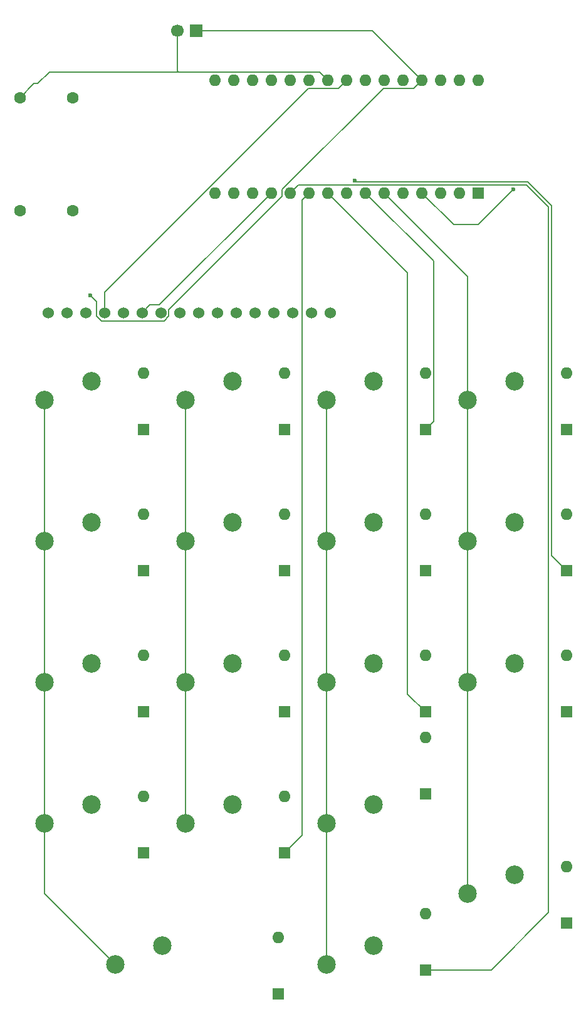
<source format=gbr>
%TF.GenerationSoftware,KiCad,Pcbnew,9.0.2*%
%TF.CreationDate,2025-05-15T02:22:54+10:00*%
%TF.ProjectId,Calculator,43616c63-756c-4617-946f-722e6b696361,rev?*%
%TF.SameCoordinates,Original*%
%TF.FileFunction,Copper,L2,Bot*%
%TF.FilePolarity,Positive*%
%FSLAX46Y46*%
G04 Gerber Fmt 4.6, Leading zero omitted, Abs format (unit mm)*
G04 Created by KiCad (PCBNEW 9.0.2) date 2025-05-15 02:22:54*
%MOMM*%
%LPD*%
G01*
G04 APERTURE LIST*
%TA.AperFunction,ComponentPad*%
%ADD10C,1.600000*%
%TD*%
%TA.AperFunction,ComponentPad*%
%ADD11R,1.600000X1.600000*%
%TD*%
%TA.AperFunction,ComponentPad*%
%ADD12O,1.600000X1.600000*%
%TD*%
%TA.AperFunction,ComponentPad*%
%ADD13C,2.500000*%
%TD*%
%TA.AperFunction,ComponentPad*%
%ADD14C,1.524000*%
%TD*%
%TA.AperFunction,ComponentPad*%
%ADD15R,1.700000X1.700000*%
%TD*%
%TA.AperFunction,ComponentPad*%
%ADD16C,1.700000*%
%TD*%
%TA.AperFunction,ViaPad*%
%ADD17C,0.600000*%
%TD*%
%TA.AperFunction,Conductor*%
%ADD18C,0.200000*%
%TD*%
G04 APERTURE END LIST*
D10*
%TO.P,R1,2*%
%TO.N,Net-(A2-+5V)*%
X74537500Y-58370000D03*
%TO.P,R1,1*%
%TO.N,Net-(U1-A)*%
X74537500Y-43130000D03*
%TD*%
%TO.P,R2,2*%
%TO.N,Net-(A2-A3)*%
X67393750Y-43130000D03*
%TO.P,R2,1*%
%TO.N,Net-(U1-K)*%
X67393750Y-58370000D03*
%TD*%
D11*
%TO.P,D14,1,K*%
%TO.N,Row 3*%
X103112500Y-145047500D03*
D12*
%TO.P,D14,2,A*%
%TO.N,Net-(D14-A)*%
X103112500Y-137427500D03*
%TD*%
%TO.P,D9,2,A*%
%TO.N,Net-(D9-A)*%
X84062500Y-118377500D03*
D11*
%TO.P,D9,1,K*%
%TO.N,Row 2*%
X84062500Y-125997500D03*
%TD*%
D13*
%TO.P,S17,1,1*%
%TO.N,Col 0*%
X80252500Y-160128750D03*
%TO.P,S17,2,2*%
%TO.N,Net-(D17-A)*%
X86602500Y-157588750D03*
%TD*%
%TO.P,S16,1,1*%
%TO.N,Col 3*%
X127877500Y-150603750D03*
%TO.P,S16,2,2*%
%TO.N,Net-(D16-A)*%
X134227500Y-148063750D03*
%TD*%
%TO.P,S1,2,2*%
%TO.N,Net-(D1-A)*%
X77077500Y-81388750D03*
%TO.P,S1,1,1*%
%TO.N,Col 0*%
X70727500Y-83928750D03*
%TD*%
D14*
%TO.P,U1,1,VSS*%
%TO.N,Net-(U1-K)*%
X71203750Y-72181250D03*
%TO.P,U1,2,VDD*%
%TO.N,Net-(A2-+5V)*%
X73743750Y-72181250D03*
%TO.P,U1,3,VO*%
%TO.N,unconnected-(U1-VO-Pad3)*%
X76283750Y-72181250D03*
%TO.P,U1,4,RS*%
%TO.N,Net-(A2-SDA{slash}A4)*%
X78823750Y-72181250D03*
%TO.P,U1,5,R/W*%
%TO.N,Net-(U1-K)*%
X81363750Y-72181250D03*
%TO.P,U1,6,E*%
%TO.N,Net-(A2-D9)*%
X83903750Y-72181250D03*
%TO.P,U1,7,DB0*%
%TO.N,unconnected-(U1-DB0-Pad7)*%
X86443750Y-72181250D03*
%TO.P,U1,8,DB1*%
%TO.N,unconnected-(U1-DB1-Pad8)*%
X88983750Y-72181250D03*
%TO.P,U1,9,DB2*%
%TO.N,unconnected-(U1-DB2-Pad9)*%
X91523750Y-72181250D03*
%TO.P,U1,10,DB3*%
%TO.N,unconnected-(U1-DB3-Pad10)*%
X94063750Y-72181250D03*
%TO.P,U1,11,DB4*%
%TO.N,Net-(A2-D10)*%
X96603750Y-72181250D03*
%TO.P,U1,12,DB5*%
%TO.N,Net-(A2-A0)*%
X99143750Y-72181250D03*
%TO.P,U1,13,DB6*%
%TO.N,Net-(A2-A1)*%
X101683750Y-72181250D03*
%TO.P,U1,14,DB7*%
%TO.N,Net-(A2-A2)*%
X104223750Y-72181250D03*
%TO.P,U1,15,A*%
%TO.N,Net-(U1-A)*%
X106763750Y-72181250D03*
%TO.P,U1,16,K*%
%TO.N,Net-(U1-K)*%
X109303750Y-72181250D03*
%TD*%
D13*
%TO.P,S18,1,1*%
%TO.N,Col 2*%
X108827500Y-160128750D03*
%TO.P,S18,2,2*%
%TO.N,Net-(D18-A)*%
X115177500Y-157588750D03*
%TD*%
%TO.P,S15,1,1*%
%TO.N,Col 2*%
X108827500Y-141078750D03*
%TO.P,S15,2,2*%
%TO.N,Net-(D15-A)*%
X115177500Y-138538750D03*
%TD*%
%TO.P,S14,1,1*%
%TO.N,Col 1*%
X89777500Y-141078750D03*
%TO.P,S14,2,2*%
%TO.N,Net-(D14-A)*%
X96127500Y-138538750D03*
%TD*%
%TO.P,S13,1,1*%
%TO.N,Col 0*%
X70727500Y-141078750D03*
%TO.P,S13,2,2*%
%TO.N,Net-(D13-A)*%
X77077500Y-138538750D03*
%TD*%
%TO.P,S12,1,1*%
%TO.N,Col 3*%
X127877500Y-122028750D03*
%TO.P,S12,2,2*%
%TO.N,Net-(D12-A)*%
X134227500Y-119488750D03*
%TD*%
%TO.P,S11,1,1*%
%TO.N,Col 2*%
X108827500Y-122028750D03*
%TO.P,S11,2,2*%
%TO.N,Net-(D11-A)*%
X115177500Y-119488750D03*
%TD*%
%TO.P,S10,1,1*%
%TO.N,Col 1*%
X89777500Y-122028750D03*
%TO.P,S10,2,2*%
%TO.N,Net-(D10-A)*%
X96127500Y-119488750D03*
%TD*%
%TO.P,S9,1,1*%
%TO.N,Col 0*%
X70727500Y-122028750D03*
%TO.P,S9,2,2*%
%TO.N,Net-(D9-A)*%
X77077500Y-119488750D03*
%TD*%
%TO.P,S8,1,1*%
%TO.N,Col 3*%
X127877500Y-102978750D03*
%TO.P,S8,2,2*%
%TO.N,Net-(D8-A)*%
X134227500Y-100438750D03*
%TD*%
%TO.P,S7,1,1*%
%TO.N,Col 2*%
X108827500Y-102978750D03*
%TO.P,S7,2,2*%
%TO.N,Net-(D7-A)*%
X115177500Y-100438750D03*
%TD*%
%TO.P,S6,1,1*%
%TO.N,Col 1*%
X89777500Y-102978750D03*
%TO.P,S6,2,2*%
%TO.N,Net-(D6-A)*%
X96127500Y-100438750D03*
%TD*%
%TO.P,S5,1,1*%
%TO.N,Col 0*%
X70727500Y-102978750D03*
%TO.P,S5,2,2*%
%TO.N,Net-(D5-A)*%
X77077500Y-100438750D03*
%TD*%
%TO.P,S4,1,1*%
%TO.N,Col 3*%
X127877500Y-83928750D03*
%TO.P,S4,2,2*%
%TO.N,Net-(D4-A)*%
X134227500Y-81388750D03*
%TD*%
%TO.P,S3,1,1*%
%TO.N,Col 2*%
X108827500Y-83928750D03*
%TO.P,S3,2,2*%
%TO.N,Net-(D3-A)*%
X115177500Y-81388750D03*
%TD*%
%TO.P,S2,1,1*%
%TO.N,Col 1*%
X89777500Y-83928750D03*
%TO.P,S2,2,2*%
%TO.N,Net-(D2-A)*%
X96127500Y-81388750D03*
%TD*%
D15*
%TO.P,J1,1,Pin_1*%
%TO.N,Net-(A2-+5V)*%
X91206250Y-34081250D03*
D16*
%TO.P,J1,2,Pin_2*%
%TO.N,Net-(A2-A3)*%
X88666250Y-34081250D03*
%TD*%
D11*
%TO.P,D18,1,K*%
%TO.N,Row 4*%
X122162500Y-160898375D03*
D12*
%TO.P,D18,2,A*%
%TO.N,Net-(D18-A)*%
X122162500Y-153278375D03*
%TD*%
D11*
%TO.P,D17,1,K*%
%TO.N,Row 4*%
X102294625Y-164097500D03*
D12*
%TO.P,D17,2,A*%
%TO.N,Net-(D17-A)*%
X102294625Y-156477500D03*
%TD*%
D11*
%TO.P,D16,1,K*%
%TO.N,Row 3*%
X141212500Y-154572500D03*
D12*
%TO.P,D16,2,A*%
%TO.N,Net-(D16-A)*%
X141212500Y-146952500D03*
%TD*%
D11*
%TO.P,D15,1,K*%
%TO.N,Row 3*%
X122162500Y-137085875D03*
D12*
%TO.P,D15,2,A*%
%TO.N,Net-(D15-A)*%
X122162500Y-129465875D03*
%TD*%
D11*
%TO.P,D13,1,K*%
%TO.N,Row 3*%
X84062500Y-145047500D03*
D12*
%TO.P,D13,2,A*%
%TO.N,Net-(D13-A)*%
X84062500Y-137427500D03*
%TD*%
D11*
%TO.P,D12,1,K*%
%TO.N,Row 2*%
X141212500Y-125997500D03*
D12*
%TO.P,D12,2,A*%
%TO.N,Net-(D12-A)*%
X141212500Y-118377500D03*
%TD*%
D11*
%TO.P,D11,1,K*%
%TO.N,Row 2*%
X122162500Y-125997500D03*
D12*
%TO.P,D11,2,A*%
%TO.N,Net-(D11-A)*%
X122162500Y-118377500D03*
%TD*%
D11*
%TO.P,D10,1,K*%
%TO.N,Row 2*%
X103112500Y-125997500D03*
D12*
%TO.P,D10,2,A*%
%TO.N,Net-(D10-A)*%
X103112500Y-118377500D03*
%TD*%
D11*
%TO.P,D8,1,K*%
%TO.N,Row 1*%
X141212500Y-106947500D03*
D12*
%TO.P,D8,2,A*%
%TO.N,Net-(D8-A)*%
X141212500Y-99327500D03*
%TD*%
D11*
%TO.P,D7,1,K*%
%TO.N,Row 1*%
X122162500Y-106947500D03*
D12*
%TO.P,D7,2,A*%
%TO.N,Net-(D7-A)*%
X122162500Y-99327500D03*
%TD*%
D11*
%TO.P,D6,1,K*%
%TO.N,Row 1*%
X103112500Y-106947500D03*
D12*
%TO.P,D6,2,A*%
%TO.N,Net-(D6-A)*%
X103112500Y-99327500D03*
%TD*%
D11*
%TO.P,D5,1,K*%
%TO.N,Row 1*%
X84062500Y-106947500D03*
D12*
%TO.P,D5,2,A*%
%TO.N,Net-(D5-A)*%
X84062500Y-99327500D03*
%TD*%
D11*
%TO.P,D4,1,K*%
%TO.N,Row 0*%
X141212500Y-87897500D03*
D12*
%TO.P,D4,2,A*%
%TO.N,Net-(D4-A)*%
X141212500Y-80277500D03*
%TD*%
D11*
%TO.P,D3,1,K*%
%TO.N,Row 0*%
X122162500Y-87897500D03*
D12*
%TO.P,D3,2,A*%
%TO.N,Net-(D3-A)*%
X122162500Y-80277500D03*
%TD*%
D11*
%TO.P,D2,1,K*%
%TO.N,Row 0*%
X103112500Y-87897500D03*
D12*
%TO.P,D2,2,A*%
%TO.N,Net-(D2-A)*%
X103112500Y-80277500D03*
%TD*%
D11*
%TO.P,D1,1,K*%
%TO.N,Row 0*%
X84062500Y-87897500D03*
D12*
%TO.P,D1,2,A*%
%TO.N,Net-(D1-A)*%
X84062500Y-80277500D03*
%TD*%
D11*
%TO.P,A2,1,TX1*%
%TO.N,Col 0*%
X129306250Y-55978750D03*
D12*
%TO.P,A2,2,RX1*%
%TO.N,Col 1*%
X126766250Y-55978750D03*
%TO.P,A2,3,~{RESET}*%
%TO.N,unconnected-(A2-~{RESET}-Pad3)*%
X124226250Y-55978750D03*
%TO.P,A2,4,GND*%
%TO.N,Net-(U1-K)*%
X121686250Y-55978750D03*
%TO.P,A2,5,D2*%
%TO.N,Col 2*%
X119146250Y-55978750D03*
%TO.P,A2,6,D3*%
%TO.N,Col 3*%
X116606250Y-55978750D03*
%TO.P,A2,7,D4*%
%TO.N,Row 0*%
X114066250Y-55978750D03*
%TO.P,A2,8,D5*%
%TO.N,Row 1*%
X111526250Y-55978750D03*
%TO.P,A2,9,D6*%
%TO.N,Row 2*%
X108986250Y-55978750D03*
%TO.P,A2,10,D7*%
%TO.N,Row 3*%
X106446250Y-55978750D03*
%TO.P,A2,11,D8*%
%TO.N,Row 4*%
X103906250Y-55978750D03*
%TO.P,A2,12,D9*%
%TO.N,Net-(A2-D9)*%
X101366250Y-55978750D03*
%TO.P,A2,13,D10*%
%TO.N,Net-(A2-D10)*%
X98826250Y-55978750D03*
%TO.P,A2,14,MOSI*%
%TO.N,unconnected-(A2-MOSI-Pad14)*%
X96286250Y-55978750D03*
%TO.P,A2,15,MISO*%
%TO.N,unconnected-(A2-MISO-Pad15)*%
X93746250Y-55978750D03*
%TO.P,A2,16,SCK*%
%TO.N,unconnected-(A2-SCK-Pad16)*%
X93746250Y-40738750D03*
%TO.P,A2,17,3V3*%
%TO.N,unconnected-(A2-3V3-Pad17)*%
X96286250Y-40738750D03*
%TO.P,A2,18,AREF*%
%TO.N,unconnected-(A2-AREF-Pad18)*%
X98826250Y-40738750D03*
%TO.P,A2,19,A0*%
%TO.N,Net-(A2-A0)*%
X101366250Y-40738750D03*
%TO.P,A2,20,A1*%
%TO.N,Net-(A2-A1)*%
X103906250Y-40738750D03*
%TO.P,A2,21,A2*%
%TO.N,Net-(A2-A2)*%
X106446250Y-40738750D03*
%TO.P,A2,22,A3*%
%TO.N,Net-(A2-A3)*%
X108986250Y-40738750D03*
%TO.P,A2,23,SDA/A4*%
%TO.N,Net-(A2-SDA{slash}A4)*%
X111526250Y-40738750D03*
%TO.P,A2,24,SCL/A5*%
%TO.N,unconnected-(A2-SCL{slash}A5-Pad24)*%
X114066250Y-40738750D03*
%TO.P,A2,25,A6*%
%TO.N,unconnected-(A2-A6-Pad25)*%
X116606250Y-40738750D03*
%TO.P,A2,26,A7*%
%TO.N,unconnected-(A2-A7-Pad26)*%
X119146250Y-40738750D03*
%TO.P,A2,27,+5V*%
%TO.N,Net-(A2-+5V)*%
X121686250Y-40738750D03*
%TO.P,A2,28,~{RESET}*%
%TO.N,unconnected-(A2-~{RESET}-Pad28)*%
X124226250Y-40738750D03*
%TO.P,A2,29,GND*%
%TO.N,Net-(U1-K)*%
X126766250Y-40738750D03*
%TO.P,A2,30,VIN*%
%TO.N,unconnected-(A2-VIN-Pad30)*%
X129306250Y-40738750D03*
%TD*%
D17*
%TO.N,Row 1*%
X112637500Y-54277750D03*
%TO.N,Net-(U1-K)*%
X134068750Y-55512500D03*
%TO.N,Net-(A2-+5V)*%
X76918750Y-69800000D03*
%TD*%
D18*
%TO.N,Row 4*%
X122162500Y-160898375D02*
X131076625Y-160898375D01*
X131076625Y-160898375D02*
X138831250Y-153143750D01*
%TO.N,Net-(A2-A3)*%
X69298750Y-41225000D02*
X67393750Y-43130000D01*
X69775000Y-41225000D02*
X69298750Y-41225000D01*
X69775000Y-41225000D02*
X71362250Y-39637750D01*
%TO.N,Row 1*%
X112637500Y-54476750D02*
X112637500Y-54277750D01*
X135981350Y-54476750D02*
X112637500Y-54476750D01*
%TO.N,Net-(A2-+5V)*%
X115028750Y-34081250D02*
X121686250Y-40738750D01*
X91206250Y-34081250D02*
X115028750Y-34081250D01*
%TO.N,Net-(A2-A3)*%
X88666250Y-39479000D02*
X88825000Y-39637750D01*
X88825000Y-39637750D02*
X107885250Y-39637750D01*
X88666250Y-34081250D02*
X88666250Y-39479000D01*
%TO.N,Net-(U1-K)*%
X129306250Y-60275000D02*
X134068750Y-55512500D01*
X125982500Y-60275000D02*
X129306250Y-60275000D01*
X121686250Y-55978750D02*
X125982500Y-60275000D01*
%TO.N,Net-(A2-+5V)*%
X120585250Y-41839750D02*
X121686250Y-40738750D01*
X116488200Y-41839750D02*
X120585250Y-41839750D01*
X102805250Y-55522700D02*
X116488200Y-41839750D01*
X102805250Y-56434800D02*
X102805250Y-55522700D01*
X86884060Y-73244250D02*
X87506750Y-72621560D01*
X78383440Y-73244250D02*
X86884060Y-73244250D01*
X87506750Y-72621560D02*
X87506750Y-71733300D01*
X87506750Y-71733300D02*
X102805250Y-56434800D01*
X77760750Y-72621560D02*
X78383440Y-73244250D01*
X77760750Y-70642000D02*
X77760750Y-72621560D01*
X76918750Y-69800000D02*
X77760750Y-70642000D01*
%TO.N,Net-(A2-A3)*%
X71362250Y-39637750D02*
X88825000Y-39637750D01*
X107885250Y-39637750D02*
X108986250Y-40738750D01*
%TO.N,Net-(A2-SDA{slash}A4)*%
X110425250Y-41839750D02*
X111526250Y-40738750D01*
X106328200Y-41839750D02*
X110425250Y-41839750D01*
X78823750Y-69344200D02*
X106328200Y-41839750D01*
X78823750Y-72181250D02*
X78823750Y-69344200D01*
%TO.N,Net-(A2-D9)*%
X84966750Y-71118250D02*
X86226750Y-71118250D01*
X86226750Y-71118250D02*
X101366250Y-55978750D01*
X83903750Y-72181250D02*
X84966750Y-71118250D01*
%TO.N,Col 3*%
X127877500Y-67250000D02*
X116606250Y-55978750D01*
X127877500Y-83928750D02*
X127877500Y-67250000D01*
%TO.N,Row 0*%
X123263500Y-65176000D02*
X114066250Y-55978750D01*
X122162500Y-87897500D02*
X123263500Y-86796500D01*
X123263500Y-86796500D02*
X123263500Y-65176000D01*
%TO.N,Row 1*%
X139232250Y-104967250D02*
X139232250Y-57727650D01*
X141212500Y-106947500D02*
X139232250Y-104967250D01*
X139232250Y-57727650D02*
X135981350Y-54476750D01*
%TO.N,Row 3*%
X105493750Y-56931250D02*
X106446250Y-55978750D01*
X103112500Y-145047500D02*
X105493750Y-142666250D01*
X105493750Y-142666250D02*
X105493750Y-56931250D01*
%TO.N,Row 2*%
X119781250Y-66773750D02*
X108986250Y-55978750D01*
X119781250Y-123616250D02*
X119781250Y-66773750D01*
X122162500Y-125997500D02*
X119781250Y-123616250D01*
%TO.N,Row 4*%
X135815250Y-54877750D02*
X105007250Y-54877750D01*
X138831250Y-153143750D02*
X138831250Y-57893750D01*
X105007250Y-54877750D02*
X103906250Y-55978750D01*
X138831250Y-57893750D02*
X135815250Y-54877750D01*
%TO.N,Col 3*%
X127877500Y-150603750D02*
X127877500Y-83928750D01*
%TO.N,Col 2*%
X108827500Y-83928750D02*
X108827500Y-160128750D01*
%TO.N,Col 1*%
X89777500Y-141078750D02*
X89777500Y-83928750D01*
%TO.N,Col 0*%
X70727500Y-150603750D02*
X80252500Y-160128750D01*
X70727500Y-141078750D02*
X70727500Y-150603750D01*
X70727500Y-83928750D02*
X70727500Y-141078750D01*
%TD*%
M02*

</source>
